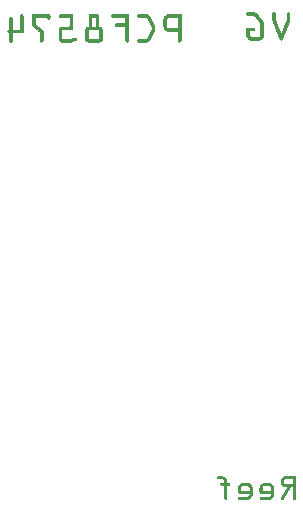
<source format=gbo>
G04 MADE WITH FRITZING*
G04 WWW.FRITZING.ORG*
G04 DOUBLE SIDED*
G04 HOLES PLATED*
G04 CONTOUR ON CENTER OF CONTOUR VECTOR*
%ASAXBY*%
%FSLAX23Y23*%
%MOIN*%
%OFA0B0*%
%SFA1.0B1.0*%
%ADD10R,0.001000X0.001000*%
%LNSILK0*%
G90*
G70*
G54D10*
X997Y1680D02*
X1022Y1680D01*
X1084Y1680D02*
X1088Y1680D01*
X1132Y1680D02*
X1136Y1680D01*
X995Y1679D02*
X1025Y1679D01*
X1082Y1679D02*
X1090Y1679D01*
X1130Y1679D02*
X1138Y1679D01*
X994Y1678D02*
X1026Y1678D01*
X1082Y1678D02*
X1091Y1678D01*
X1130Y1678D02*
X1139Y1678D01*
X994Y1677D02*
X1028Y1677D01*
X1081Y1677D02*
X1091Y1677D01*
X1129Y1677D02*
X1139Y1677D01*
X993Y1676D02*
X1029Y1676D01*
X1081Y1676D02*
X1091Y1676D01*
X1129Y1676D02*
X1140Y1676D01*
X993Y1675D02*
X1030Y1675D01*
X1080Y1675D02*
X1092Y1675D01*
X1129Y1675D02*
X1140Y1675D01*
X993Y1674D02*
X1031Y1674D01*
X1080Y1674D02*
X1092Y1674D01*
X1128Y1674D02*
X1140Y1674D01*
X242Y1673D02*
X247Y1673D01*
X281Y1673D02*
X338Y1673D01*
X372Y1673D02*
X416Y1673D01*
X471Y1673D02*
X500Y1673D01*
X546Y1673D02*
X602Y1673D01*
X633Y1673D02*
X664Y1673D01*
X730Y1673D02*
X777Y1673D01*
X993Y1673D02*
X1032Y1673D01*
X1080Y1673D02*
X1092Y1673D01*
X1128Y1673D02*
X1140Y1673D01*
X241Y1672D02*
X249Y1672D01*
X281Y1672D02*
X339Y1672D01*
X370Y1672D02*
X416Y1672D01*
X470Y1672D02*
X501Y1672D01*
X545Y1672D02*
X602Y1672D01*
X632Y1672D02*
X666Y1672D01*
X728Y1672D02*
X777Y1672D01*
X994Y1672D02*
X1032Y1672D01*
X1080Y1672D02*
X1092Y1672D01*
X1128Y1672D02*
X1140Y1672D01*
X240Y1671D02*
X249Y1671D01*
X281Y1671D02*
X340Y1671D01*
X370Y1671D02*
X416Y1671D01*
X469Y1671D02*
X502Y1671D01*
X544Y1671D02*
X602Y1671D01*
X631Y1671D02*
X668Y1671D01*
X726Y1671D02*
X777Y1671D01*
X995Y1671D02*
X1033Y1671D01*
X1080Y1671D02*
X1092Y1671D01*
X1128Y1671D02*
X1140Y1671D01*
X240Y1670D02*
X250Y1670D01*
X281Y1670D02*
X340Y1670D01*
X369Y1670D02*
X416Y1670D01*
X468Y1670D02*
X503Y1670D01*
X543Y1670D02*
X602Y1670D01*
X631Y1670D02*
X669Y1670D01*
X725Y1670D02*
X777Y1670D01*
X996Y1670D02*
X1034Y1670D01*
X1080Y1670D02*
X1092Y1670D01*
X1128Y1670D02*
X1140Y1670D01*
X239Y1669D02*
X250Y1669D01*
X281Y1669D02*
X340Y1669D01*
X369Y1669D02*
X416Y1669D01*
X468Y1669D02*
X503Y1669D01*
X543Y1669D02*
X602Y1669D01*
X630Y1669D02*
X670Y1669D01*
X723Y1669D02*
X777Y1669D01*
X997Y1669D02*
X1035Y1669D01*
X1080Y1669D02*
X1092Y1669D01*
X1128Y1669D02*
X1140Y1669D01*
X239Y1668D02*
X250Y1668D01*
X281Y1668D02*
X341Y1668D01*
X369Y1668D02*
X416Y1668D01*
X468Y1668D02*
X503Y1668D01*
X543Y1668D02*
X602Y1668D01*
X630Y1668D02*
X672Y1668D01*
X722Y1668D02*
X777Y1668D01*
X1020Y1668D02*
X1035Y1668D01*
X1080Y1668D02*
X1092Y1668D01*
X1128Y1668D02*
X1140Y1668D01*
X239Y1667D02*
X251Y1667D01*
X281Y1667D02*
X341Y1667D01*
X369Y1667D02*
X416Y1667D01*
X468Y1667D02*
X503Y1667D01*
X543Y1667D02*
X602Y1667D01*
X630Y1667D02*
X672Y1667D01*
X721Y1667D02*
X777Y1667D01*
X1021Y1667D02*
X1036Y1667D01*
X1080Y1667D02*
X1092Y1667D01*
X1128Y1667D02*
X1140Y1667D01*
X239Y1666D02*
X251Y1666D01*
X281Y1666D02*
X341Y1666D01*
X369Y1666D02*
X416Y1666D01*
X468Y1666D02*
X503Y1666D01*
X543Y1666D02*
X602Y1666D01*
X630Y1666D02*
X673Y1666D01*
X721Y1666D02*
X777Y1666D01*
X1022Y1666D02*
X1037Y1666D01*
X1080Y1666D02*
X1092Y1666D01*
X1128Y1666D02*
X1140Y1666D01*
X239Y1665D02*
X251Y1665D01*
X281Y1665D02*
X341Y1665D01*
X369Y1665D02*
X416Y1665D01*
X468Y1665D02*
X503Y1665D01*
X544Y1665D02*
X602Y1665D01*
X631Y1665D02*
X674Y1665D01*
X720Y1665D02*
X777Y1665D01*
X1023Y1665D02*
X1038Y1665D01*
X1080Y1665D02*
X1092Y1665D01*
X1128Y1665D02*
X1140Y1665D01*
X239Y1664D02*
X251Y1664D01*
X281Y1664D02*
X341Y1664D01*
X370Y1664D02*
X416Y1664D01*
X468Y1664D02*
X503Y1664D01*
X544Y1664D02*
X602Y1664D01*
X632Y1664D02*
X674Y1664D01*
X719Y1664D02*
X777Y1664D01*
X1024Y1664D02*
X1039Y1664D01*
X1080Y1664D02*
X1092Y1664D01*
X1128Y1664D02*
X1140Y1664D01*
X207Y1663D02*
X211Y1663D01*
X239Y1663D02*
X251Y1663D01*
X281Y1663D02*
X341Y1663D01*
X371Y1663D02*
X416Y1663D01*
X468Y1663D02*
X503Y1663D01*
X545Y1663D02*
X602Y1663D01*
X633Y1663D02*
X675Y1663D01*
X719Y1663D02*
X777Y1663D01*
X1025Y1663D02*
X1039Y1663D01*
X1080Y1663D02*
X1092Y1663D01*
X1128Y1663D02*
X1140Y1663D01*
X205Y1662D02*
X212Y1662D01*
X239Y1662D02*
X251Y1662D01*
X281Y1662D02*
X341Y1662D01*
X373Y1662D02*
X416Y1662D01*
X468Y1662D02*
X503Y1662D01*
X547Y1662D02*
X602Y1662D01*
X634Y1662D02*
X675Y1662D01*
X719Y1662D02*
X777Y1662D01*
X1026Y1662D02*
X1040Y1662D01*
X1080Y1662D02*
X1092Y1662D01*
X1128Y1662D02*
X1140Y1662D01*
X204Y1661D02*
X213Y1661D01*
X239Y1661D02*
X251Y1661D01*
X281Y1661D02*
X293Y1661D01*
X330Y1661D02*
X340Y1661D01*
X405Y1661D02*
X416Y1661D01*
X468Y1661D02*
X479Y1661D01*
X492Y1661D02*
X503Y1661D01*
X591Y1661D02*
X602Y1661D01*
X662Y1661D02*
X676Y1661D01*
X718Y1661D02*
X732Y1661D01*
X765Y1661D02*
X777Y1661D01*
X1026Y1661D02*
X1041Y1661D01*
X1080Y1661D02*
X1092Y1661D01*
X1128Y1661D02*
X1140Y1661D01*
X204Y1660D02*
X214Y1660D01*
X239Y1660D02*
X251Y1660D01*
X281Y1660D02*
X293Y1660D01*
X330Y1660D02*
X340Y1660D01*
X405Y1660D02*
X416Y1660D01*
X468Y1660D02*
X479Y1660D01*
X492Y1660D02*
X503Y1660D01*
X591Y1660D02*
X602Y1660D01*
X663Y1660D02*
X676Y1660D01*
X718Y1660D02*
X731Y1660D01*
X765Y1660D02*
X777Y1660D01*
X1027Y1660D02*
X1042Y1660D01*
X1080Y1660D02*
X1092Y1660D01*
X1128Y1660D02*
X1140Y1660D01*
X203Y1659D02*
X214Y1659D01*
X239Y1659D02*
X251Y1659D01*
X281Y1659D02*
X293Y1659D01*
X331Y1659D02*
X339Y1659D01*
X405Y1659D02*
X416Y1659D01*
X468Y1659D02*
X479Y1659D01*
X492Y1659D02*
X503Y1659D01*
X591Y1659D02*
X602Y1659D01*
X664Y1659D02*
X677Y1659D01*
X718Y1659D02*
X730Y1659D01*
X765Y1659D02*
X777Y1659D01*
X1028Y1659D02*
X1042Y1659D01*
X1080Y1659D02*
X1092Y1659D01*
X1128Y1659D02*
X1140Y1659D01*
X203Y1658D02*
X214Y1658D01*
X239Y1658D02*
X251Y1658D01*
X281Y1658D02*
X293Y1658D01*
X332Y1658D02*
X338Y1658D01*
X405Y1658D02*
X416Y1658D01*
X468Y1658D02*
X479Y1658D01*
X492Y1658D02*
X503Y1658D01*
X591Y1658D02*
X602Y1658D01*
X664Y1658D02*
X677Y1658D01*
X718Y1658D02*
X729Y1658D01*
X765Y1658D02*
X777Y1658D01*
X1029Y1658D02*
X1043Y1658D01*
X1080Y1658D02*
X1092Y1658D01*
X1128Y1658D02*
X1140Y1658D01*
X203Y1657D02*
X214Y1657D01*
X239Y1657D02*
X251Y1657D01*
X281Y1657D02*
X293Y1657D01*
X333Y1657D02*
X337Y1657D01*
X405Y1657D02*
X416Y1657D01*
X468Y1657D02*
X479Y1657D01*
X492Y1657D02*
X503Y1657D01*
X591Y1657D02*
X602Y1657D01*
X665Y1657D02*
X678Y1657D01*
X717Y1657D02*
X729Y1657D01*
X765Y1657D02*
X777Y1657D01*
X1029Y1657D02*
X1044Y1657D01*
X1080Y1657D02*
X1092Y1657D01*
X1128Y1657D02*
X1140Y1657D01*
X203Y1656D02*
X214Y1656D01*
X239Y1656D02*
X251Y1656D01*
X281Y1656D02*
X293Y1656D01*
X405Y1656D02*
X416Y1656D01*
X468Y1656D02*
X479Y1656D01*
X492Y1656D02*
X503Y1656D01*
X591Y1656D02*
X602Y1656D01*
X665Y1656D02*
X678Y1656D01*
X717Y1656D02*
X729Y1656D01*
X765Y1656D02*
X777Y1656D01*
X1030Y1656D02*
X1045Y1656D01*
X1080Y1656D02*
X1092Y1656D01*
X1128Y1656D02*
X1140Y1656D01*
X203Y1655D02*
X214Y1655D01*
X239Y1655D02*
X251Y1655D01*
X281Y1655D02*
X293Y1655D01*
X405Y1655D02*
X416Y1655D01*
X468Y1655D02*
X479Y1655D01*
X492Y1655D02*
X503Y1655D01*
X591Y1655D02*
X602Y1655D01*
X666Y1655D02*
X679Y1655D01*
X717Y1655D02*
X729Y1655D01*
X765Y1655D02*
X777Y1655D01*
X1031Y1655D02*
X1045Y1655D01*
X1080Y1655D02*
X1092Y1655D01*
X1128Y1655D02*
X1140Y1655D01*
X203Y1654D02*
X214Y1654D01*
X239Y1654D02*
X251Y1654D01*
X281Y1654D02*
X293Y1654D01*
X405Y1654D02*
X416Y1654D01*
X468Y1654D02*
X479Y1654D01*
X492Y1654D02*
X503Y1654D01*
X591Y1654D02*
X602Y1654D01*
X666Y1654D02*
X679Y1654D01*
X717Y1654D02*
X729Y1654D01*
X765Y1654D02*
X777Y1654D01*
X1032Y1654D02*
X1046Y1654D01*
X1080Y1654D02*
X1092Y1654D01*
X1128Y1654D02*
X1140Y1654D01*
X203Y1653D02*
X214Y1653D01*
X239Y1653D02*
X251Y1653D01*
X281Y1653D02*
X293Y1653D01*
X405Y1653D02*
X416Y1653D01*
X468Y1653D02*
X479Y1653D01*
X492Y1653D02*
X503Y1653D01*
X591Y1653D02*
X602Y1653D01*
X667Y1653D02*
X680Y1653D01*
X717Y1653D02*
X729Y1653D01*
X765Y1653D02*
X777Y1653D01*
X1033Y1653D02*
X1047Y1653D01*
X1080Y1653D02*
X1093Y1653D01*
X1128Y1653D02*
X1140Y1653D01*
X203Y1652D02*
X214Y1652D01*
X239Y1652D02*
X251Y1652D01*
X281Y1652D02*
X293Y1652D01*
X405Y1652D02*
X416Y1652D01*
X468Y1652D02*
X479Y1652D01*
X492Y1652D02*
X503Y1652D01*
X591Y1652D02*
X602Y1652D01*
X667Y1652D02*
X680Y1652D01*
X717Y1652D02*
X729Y1652D01*
X765Y1652D02*
X777Y1652D01*
X1033Y1652D02*
X1048Y1652D01*
X1081Y1652D02*
X1093Y1652D01*
X1127Y1652D02*
X1139Y1652D01*
X203Y1651D02*
X214Y1651D01*
X239Y1651D02*
X251Y1651D01*
X281Y1651D02*
X293Y1651D01*
X405Y1651D02*
X416Y1651D01*
X468Y1651D02*
X479Y1651D01*
X492Y1651D02*
X503Y1651D01*
X591Y1651D02*
X602Y1651D01*
X668Y1651D02*
X681Y1651D01*
X717Y1651D02*
X729Y1651D01*
X765Y1651D02*
X777Y1651D01*
X1034Y1651D02*
X1048Y1651D01*
X1081Y1651D02*
X1093Y1651D01*
X1127Y1651D02*
X1139Y1651D01*
X203Y1650D02*
X214Y1650D01*
X239Y1650D02*
X251Y1650D01*
X281Y1650D02*
X293Y1650D01*
X405Y1650D02*
X416Y1650D01*
X468Y1650D02*
X479Y1650D01*
X492Y1650D02*
X503Y1650D01*
X591Y1650D02*
X602Y1650D01*
X668Y1650D02*
X681Y1650D01*
X717Y1650D02*
X729Y1650D01*
X765Y1650D02*
X777Y1650D01*
X1035Y1650D02*
X1049Y1650D01*
X1082Y1650D02*
X1094Y1650D01*
X1126Y1650D02*
X1139Y1650D01*
X203Y1649D02*
X214Y1649D01*
X239Y1649D02*
X251Y1649D01*
X281Y1649D02*
X293Y1649D01*
X405Y1649D02*
X416Y1649D01*
X468Y1649D02*
X479Y1649D01*
X492Y1649D02*
X503Y1649D01*
X591Y1649D02*
X602Y1649D01*
X669Y1649D02*
X682Y1649D01*
X717Y1649D02*
X729Y1649D01*
X765Y1649D02*
X777Y1649D01*
X1036Y1649D02*
X1050Y1649D01*
X1082Y1649D02*
X1094Y1649D01*
X1126Y1649D02*
X1138Y1649D01*
X203Y1648D02*
X214Y1648D01*
X239Y1648D02*
X251Y1648D01*
X281Y1648D02*
X293Y1648D01*
X405Y1648D02*
X416Y1648D01*
X468Y1648D02*
X479Y1648D01*
X492Y1648D02*
X503Y1648D01*
X591Y1648D02*
X602Y1648D01*
X669Y1648D02*
X682Y1648D01*
X717Y1648D02*
X729Y1648D01*
X765Y1648D02*
X777Y1648D01*
X1036Y1648D02*
X1050Y1648D01*
X1082Y1648D02*
X1094Y1648D01*
X1126Y1648D02*
X1138Y1648D01*
X203Y1647D02*
X214Y1647D01*
X239Y1647D02*
X251Y1647D01*
X281Y1647D02*
X293Y1647D01*
X405Y1647D02*
X416Y1647D01*
X468Y1647D02*
X479Y1647D01*
X492Y1647D02*
X503Y1647D01*
X591Y1647D02*
X602Y1647D01*
X670Y1647D02*
X683Y1647D01*
X717Y1647D02*
X729Y1647D01*
X765Y1647D02*
X777Y1647D01*
X1037Y1647D02*
X1051Y1647D01*
X1083Y1647D02*
X1095Y1647D01*
X1125Y1647D02*
X1137Y1647D01*
X203Y1646D02*
X214Y1646D01*
X239Y1646D02*
X251Y1646D01*
X281Y1646D02*
X293Y1646D01*
X405Y1646D02*
X416Y1646D01*
X468Y1646D02*
X479Y1646D01*
X492Y1646D02*
X503Y1646D01*
X591Y1646D02*
X602Y1646D01*
X670Y1646D02*
X683Y1646D01*
X717Y1646D02*
X729Y1646D01*
X765Y1646D02*
X777Y1646D01*
X1038Y1646D02*
X1051Y1646D01*
X1083Y1646D02*
X1095Y1646D01*
X1125Y1646D02*
X1137Y1646D01*
X203Y1645D02*
X214Y1645D01*
X239Y1645D02*
X251Y1645D01*
X281Y1645D02*
X293Y1645D01*
X405Y1645D02*
X416Y1645D01*
X468Y1645D02*
X479Y1645D01*
X492Y1645D02*
X503Y1645D01*
X591Y1645D02*
X602Y1645D01*
X671Y1645D02*
X684Y1645D01*
X717Y1645D02*
X729Y1645D01*
X765Y1645D02*
X777Y1645D01*
X1039Y1645D02*
X1051Y1645D01*
X1083Y1645D02*
X1096Y1645D01*
X1124Y1645D02*
X1137Y1645D01*
X203Y1644D02*
X214Y1644D01*
X239Y1644D02*
X251Y1644D01*
X281Y1644D02*
X293Y1644D01*
X405Y1644D02*
X416Y1644D01*
X468Y1644D02*
X479Y1644D01*
X492Y1644D02*
X503Y1644D01*
X591Y1644D02*
X602Y1644D01*
X671Y1644D02*
X684Y1644D01*
X717Y1644D02*
X729Y1644D01*
X765Y1644D02*
X777Y1644D01*
X1039Y1644D02*
X1052Y1644D01*
X1084Y1644D02*
X1096Y1644D01*
X1124Y1644D02*
X1136Y1644D01*
X203Y1643D02*
X214Y1643D01*
X239Y1643D02*
X251Y1643D01*
X281Y1643D02*
X293Y1643D01*
X405Y1643D02*
X416Y1643D01*
X468Y1643D02*
X479Y1643D01*
X492Y1643D02*
X503Y1643D01*
X561Y1643D02*
X602Y1643D01*
X672Y1643D02*
X685Y1643D01*
X717Y1643D02*
X729Y1643D01*
X765Y1643D02*
X777Y1643D01*
X1040Y1643D02*
X1052Y1643D01*
X1084Y1643D02*
X1096Y1643D01*
X1124Y1643D02*
X1136Y1643D01*
X203Y1642D02*
X214Y1642D01*
X239Y1642D02*
X251Y1642D01*
X281Y1642D02*
X293Y1642D01*
X405Y1642D02*
X416Y1642D01*
X468Y1642D02*
X479Y1642D01*
X492Y1642D02*
X503Y1642D01*
X558Y1642D02*
X602Y1642D01*
X672Y1642D02*
X685Y1642D01*
X717Y1642D02*
X729Y1642D01*
X765Y1642D02*
X777Y1642D01*
X1040Y1642D02*
X1052Y1642D01*
X1085Y1642D02*
X1097Y1642D01*
X1123Y1642D02*
X1136Y1642D01*
X203Y1641D02*
X214Y1641D01*
X239Y1641D02*
X251Y1641D01*
X281Y1641D02*
X293Y1641D01*
X405Y1641D02*
X416Y1641D01*
X468Y1641D02*
X479Y1641D01*
X492Y1641D02*
X503Y1641D01*
X557Y1641D02*
X602Y1641D01*
X673Y1641D02*
X686Y1641D01*
X717Y1641D02*
X729Y1641D01*
X765Y1641D02*
X777Y1641D01*
X1041Y1641D02*
X1052Y1641D01*
X1085Y1641D02*
X1097Y1641D01*
X1123Y1641D02*
X1135Y1641D01*
X203Y1640D02*
X214Y1640D01*
X239Y1640D02*
X251Y1640D01*
X281Y1640D02*
X293Y1640D01*
X405Y1640D02*
X416Y1640D01*
X468Y1640D02*
X479Y1640D01*
X492Y1640D02*
X503Y1640D01*
X556Y1640D02*
X602Y1640D01*
X673Y1640D02*
X686Y1640D01*
X717Y1640D02*
X729Y1640D01*
X765Y1640D02*
X777Y1640D01*
X1041Y1640D02*
X1052Y1640D01*
X1085Y1640D02*
X1098Y1640D01*
X1123Y1640D02*
X1135Y1640D01*
X203Y1639D02*
X214Y1639D01*
X239Y1639D02*
X251Y1639D01*
X281Y1639D02*
X293Y1639D01*
X405Y1639D02*
X416Y1639D01*
X468Y1639D02*
X479Y1639D01*
X492Y1639D02*
X503Y1639D01*
X555Y1639D02*
X602Y1639D01*
X674Y1639D02*
X687Y1639D01*
X717Y1639D02*
X729Y1639D01*
X765Y1639D02*
X777Y1639D01*
X1041Y1639D02*
X1052Y1639D01*
X1086Y1639D02*
X1098Y1639D01*
X1122Y1639D02*
X1134Y1639D01*
X203Y1638D02*
X214Y1638D01*
X239Y1638D02*
X251Y1638D01*
X281Y1638D02*
X295Y1638D01*
X405Y1638D02*
X416Y1638D01*
X468Y1638D02*
X479Y1638D01*
X492Y1638D02*
X503Y1638D01*
X555Y1638D02*
X602Y1638D01*
X674Y1638D02*
X687Y1638D01*
X717Y1638D02*
X729Y1638D01*
X765Y1638D02*
X777Y1638D01*
X1041Y1638D02*
X1052Y1638D01*
X1086Y1638D02*
X1098Y1638D01*
X1122Y1638D02*
X1134Y1638D01*
X203Y1637D02*
X214Y1637D01*
X239Y1637D02*
X251Y1637D01*
X281Y1637D02*
X296Y1637D01*
X405Y1637D02*
X416Y1637D01*
X468Y1637D02*
X479Y1637D01*
X492Y1637D02*
X503Y1637D01*
X555Y1637D02*
X602Y1637D01*
X675Y1637D02*
X687Y1637D01*
X717Y1637D02*
X729Y1637D01*
X765Y1637D02*
X777Y1637D01*
X1041Y1637D02*
X1053Y1637D01*
X1087Y1637D02*
X1099Y1637D01*
X1121Y1637D02*
X1134Y1637D01*
X203Y1636D02*
X214Y1636D01*
X239Y1636D02*
X251Y1636D01*
X281Y1636D02*
X297Y1636D01*
X405Y1636D02*
X416Y1636D01*
X468Y1636D02*
X479Y1636D01*
X492Y1636D02*
X503Y1636D01*
X555Y1636D02*
X602Y1636D01*
X675Y1636D02*
X688Y1636D01*
X717Y1636D02*
X729Y1636D01*
X765Y1636D02*
X777Y1636D01*
X1041Y1636D02*
X1053Y1636D01*
X1087Y1636D02*
X1099Y1636D01*
X1121Y1636D02*
X1133Y1636D01*
X203Y1635D02*
X214Y1635D01*
X239Y1635D02*
X251Y1635D01*
X282Y1635D02*
X298Y1635D01*
X405Y1635D02*
X416Y1635D01*
X468Y1635D02*
X479Y1635D01*
X492Y1635D02*
X503Y1635D01*
X555Y1635D02*
X602Y1635D01*
X676Y1635D02*
X688Y1635D01*
X717Y1635D02*
X729Y1635D01*
X765Y1635D02*
X777Y1635D01*
X1041Y1635D02*
X1053Y1635D01*
X1087Y1635D02*
X1100Y1635D01*
X1121Y1635D02*
X1133Y1635D01*
X203Y1634D02*
X214Y1634D01*
X239Y1634D02*
X251Y1634D01*
X282Y1634D02*
X299Y1634D01*
X405Y1634D02*
X416Y1634D01*
X468Y1634D02*
X479Y1634D01*
X492Y1634D02*
X503Y1634D01*
X556Y1634D02*
X602Y1634D01*
X676Y1634D02*
X688Y1634D01*
X717Y1634D02*
X729Y1634D01*
X765Y1634D02*
X777Y1634D01*
X1041Y1634D02*
X1053Y1634D01*
X1088Y1634D02*
X1100Y1634D01*
X1120Y1634D02*
X1132Y1634D01*
X203Y1633D02*
X214Y1633D01*
X239Y1633D02*
X251Y1633D01*
X283Y1633D02*
X300Y1633D01*
X404Y1633D02*
X416Y1633D01*
X468Y1633D02*
X479Y1633D01*
X492Y1633D02*
X503Y1633D01*
X557Y1633D02*
X602Y1633D01*
X677Y1633D02*
X689Y1633D01*
X717Y1633D02*
X729Y1633D01*
X765Y1633D02*
X777Y1633D01*
X1041Y1633D02*
X1053Y1633D01*
X1088Y1633D02*
X1100Y1633D01*
X1120Y1633D02*
X1132Y1633D01*
X203Y1632D02*
X214Y1632D01*
X239Y1632D02*
X251Y1632D01*
X284Y1632D02*
X302Y1632D01*
X376Y1632D02*
X416Y1632D01*
X464Y1632D02*
X507Y1632D01*
X558Y1632D02*
X602Y1632D01*
X677Y1632D02*
X689Y1632D01*
X717Y1632D02*
X729Y1632D01*
X765Y1632D02*
X777Y1632D01*
X1041Y1632D02*
X1053Y1632D01*
X1089Y1632D02*
X1101Y1632D01*
X1119Y1632D02*
X1132Y1632D01*
X203Y1631D02*
X214Y1631D01*
X239Y1631D02*
X251Y1631D01*
X285Y1631D02*
X303Y1631D01*
X375Y1631D02*
X416Y1631D01*
X462Y1631D02*
X509Y1631D01*
X560Y1631D02*
X602Y1631D01*
X678Y1631D02*
X689Y1631D01*
X718Y1631D02*
X729Y1631D01*
X765Y1631D02*
X777Y1631D01*
X1041Y1631D02*
X1053Y1631D01*
X1089Y1631D02*
X1101Y1631D01*
X1119Y1631D02*
X1131Y1631D01*
X203Y1630D02*
X214Y1630D01*
X239Y1630D02*
X251Y1630D01*
X286Y1630D02*
X304Y1630D01*
X373Y1630D02*
X416Y1630D01*
X460Y1630D02*
X511Y1630D01*
X591Y1630D02*
X602Y1630D01*
X678Y1630D02*
X689Y1630D01*
X718Y1630D02*
X730Y1630D01*
X765Y1630D02*
X777Y1630D01*
X1041Y1630D02*
X1053Y1630D01*
X1089Y1630D02*
X1102Y1630D01*
X1119Y1630D02*
X1131Y1630D01*
X203Y1629D02*
X214Y1629D01*
X239Y1629D02*
X251Y1629D01*
X287Y1629D02*
X305Y1629D01*
X372Y1629D02*
X416Y1629D01*
X459Y1629D02*
X512Y1629D01*
X591Y1629D02*
X602Y1629D01*
X678Y1629D02*
X689Y1629D01*
X718Y1629D02*
X731Y1629D01*
X765Y1629D02*
X777Y1629D01*
X993Y1629D02*
X1019Y1629D01*
X1041Y1629D02*
X1053Y1629D01*
X1090Y1629D02*
X1102Y1629D01*
X1118Y1629D02*
X1130Y1629D01*
X203Y1628D02*
X214Y1628D01*
X239Y1628D02*
X251Y1628D01*
X288Y1628D02*
X306Y1628D01*
X371Y1628D02*
X416Y1628D01*
X458Y1628D02*
X512Y1628D01*
X591Y1628D02*
X602Y1628D01*
X678Y1628D02*
X689Y1628D01*
X718Y1628D02*
X733Y1628D01*
X765Y1628D02*
X777Y1628D01*
X993Y1628D02*
X1020Y1628D01*
X1041Y1628D02*
X1053Y1628D01*
X1090Y1628D02*
X1102Y1628D01*
X1118Y1628D02*
X1130Y1628D01*
X203Y1627D02*
X214Y1627D01*
X239Y1627D02*
X251Y1627D01*
X290Y1627D02*
X308Y1627D01*
X370Y1627D02*
X416Y1627D01*
X458Y1627D02*
X513Y1627D01*
X591Y1627D02*
X602Y1627D01*
X678Y1627D02*
X689Y1627D01*
X719Y1627D02*
X777Y1627D01*
X993Y1627D02*
X1021Y1627D01*
X1041Y1627D02*
X1053Y1627D01*
X1091Y1627D02*
X1103Y1627D01*
X1117Y1627D02*
X1130Y1627D01*
X203Y1626D02*
X214Y1626D01*
X239Y1626D02*
X251Y1626D01*
X291Y1626D02*
X309Y1626D01*
X370Y1626D02*
X416Y1626D01*
X457Y1626D02*
X514Y1626D01*
X591Y1626D02*
X602Y1626D01*
X678Y1626D02*
X689Y1626D01*
X719Y1626D02*
X777Y1626D01*
X993Y1626D02*
X1022Y1626D01*
X1041Y1626D02*
X1053Y1626D01*
X1091Y1626D02*
X1103Y1626D01*
X1117Y1626D02*
X1129Y1626D01*
X203Y1625D02*
X214Y1625D01*
X239Y1625D02*
X251Y1625D01*
X292Y1625D02*
X310Y1625D01*
X369Y1625D02*
X416Y1625D01*
X457Y1625D02*
X514Y1625D01*
X591Y1625D02*
X602Y1625D01*
X678Y1625D02*
X689Y1625D01*
X720Y1625D02*
X777Y1625D01*
X993Y1625D02*
X1022Y1625D01*
X1041Y1625D02*
X1053Y1625D01*
X1091Y1625D02*
X1103Y1625D01*
X1117Y1625D02*
X1129Y1625D01*
X203Y1624D02*
X214Y1624D01*
X239Y1624D02*
X251Y1624D01*
X293Y1624D02*
X311Y1624D01*
X369Y1624D02*
X416Y1624D01*
X456Y1624D02*
X515Y1624D01*
X591Y1624D02*
X602Y1624D01*
X678Y1624D02*
X689Y1624D01*
X720Y1624D02*
X777Y1624D01*
X993Y1624D02*
X1022Y1624D01*
X1041Y1624D02*
X1053Y1624D01*
X1092Y1624D02*
X1104Y1624D01*
X1116Y1624D02*
X1129Y1624D01*
X203Y1623D02*
X214Y1623D01*
X239Y1623D02*
X251Y1623D01*
X294Y1623D02*
X312Y1623D01*
X369Y1623D02*
X416Y1623D01*
X456Y1623D02*
X515Y1623D01*
X591Y1623D02*
X602Y1623D01*
X678Y1623D02*
X689Y1623D01*
X721Y1623D02*
X777Y1623D01*
X993Y1623D02*
X1022Y1623D01*
X1041Y1623D02*
X1053Y1623D01*
X1092Y1623D02*
X1104Y1623D01*
X1116Y1623D02*
X1128Y1623D01*
X201Y1622D02*
X251Y1622D01*
X296Y1622D02*
X313Y1622D01*
X369Y1622D02*
X416Y1622D01*
X456Y1622D02*
X515Y1622D01*
X591Y1622D02*
X602Y1622D01*
X677Y1622D02*
X689Y1622D01*
X722Y1622D02*
X777Y1622D01*
X993Y1622D02*
X1022Y1622D01*
X1041Y1622D02*
X1053Y1622D01*
X1092Y1622D02*
X1105Y1622D01*
X1115Y1622D02*
X1128Y1622D01*
X199Y1621D02*
X251Y1621D01*
X297Y1621D02*
X315Y1621D01*
X369Y1621D02*
X416Y1621D01*
X456Y1621D02*
X515Y1621D01*
X591Y1621D02*
X602Y1621D01*
X677Y1621D02*
X689Y1621D01*
X723Y1621D02*
X777Y1621D01*
X993Y1621D02*
X1022Y1621D01*
X1041Y1621D02*
X1053Y1621D01*
X1093Y1621D02*
X1105Y1621D01*
X1115Y1621D02*
X1127Y1621D01*
X198Y1620D02*
X251Y1620D01*
X298Y1620D02*
X315Y1620D01*
X369Y1620D02*
X380Y1620D01*
X456Y1620D02*
X467Y1620D01*
X504Y1620D02*
X515Y1620D01*
X591Y1620D02*
X602Y1620D01*
X677Y1620D02*
X689Y1620D01*
X724Y1620D02*
X777Y1620D01*
X993Y1620D02*
X1021Y1620D01*
X1041Y1620D02*
X1053Y1620D01*
X1093Y1620D02*
X1105Y1620D01*
X1115Y1620D02*
X1127Y1620D01*
X198Y1619D02*
X251Y1619D01*
X299Y1619D02*
X316Y1619D01*
X369Y1619D02*
X380Y1619D01*
X456Y1619D02*
X467Y1619D01*
X504Y1619D02*
X515Y1619D01*
X591Y1619D02*
X602Y1619D01*
X676Y1619D02*
X688Y1619D01*
X725Y1619D02*
X777Y1619D01*
X993Y1619D02*
X1021Y1619D01*
X1041Y1619D02*
X1053Y1619D01*
X1094Y1619D02*
X1106Y1619D01*
X1114Y1619D02*
X1127Y1619D01*
X197Y1618D02*
X251Y1618D01*
X300Y1618D02*
X316Y1618D01*
X369Y1618D02*
X380Y1618D01*
X456Y1618D02*
X467Y1618D01*
X504Y1618D02*
X515Y1618D01*
X591Y1618D02*
X602Y1618D01*
X676Y1618D02*
X688Y1618D01*
X727Y1618D02*
X777Y1618D01*
X993Y1618D02*
X1019Y1618D01*
X1041Y1618D02*
X1053Y1618D01*
X1094Y1618D02*
X1106Y1618D01*
X1114Y1618D02*
X1126Y1618D01*
X197Y1617D02*
X251Y1617D01*
X301Y1617D02*
X317Y1617D01*
X369Y1617D02*
X380Y1617D01*
X456Y1617D02*
X467Y1617D01*
X504Y1617D02*
X515Y1617D01*
X591Y1617D02*
X602Y1617D01*
X675Y1617D02*
X688Y1617D01*
X728Y1617D02*
X777Y1617D01*
X993Y1617D02*
X1005Y1617D01*
X1041Y1617D02*
X1053Y1617D01*
X1094Y1617D02*
X1107Y1617D01*
X1114Y1617D02*
X1126Y1617D01*
X197Y1616D02*
X251Y1616D01*
X303Y1616D02*
X317Y1616D01*
X369Y1616D02*
X380Y1616D01*
X456Y1616D02*
X467Y1616D01*
X504Y1616D02*
X515Y1616D01*
X591Y1616D02*
X602Y1616D01*
X675Y1616D02*
X687Y1616D01*
X731Y1616D02*
X777Y1616D01*
X993Y1616D02*
X1004Y1616D01*
X1041Y1616D02*
X1053Y1616D01*
X1095Y1616D02*
X1107Y1616D01*
X1113Y1616D02*
X1125Y1616D01*
X197Y1615D02*
X251Y1615D01*
X304Y1615D02*
X317Y1615D01*
X369Y1615D02*
X380Y1615D01*
X456Y1615D02*
X467Y1615D01*
X504Y1615D02*
X515Y1615D01*
X591Y1615D02*
X602Y1615D01*
X674Y1615D02*
X687Y1615D01*
X765Y1615D02*
X777Y1615D01*
X993Y1615D02*
X1004Y1615D01*
X1041Y1615D02*
X1053Y1615D01*
X1095Y1615D02*
X1107Y1615D01*
X1113Y1615D02*
X1125Y1615D01*
X198Y1614D02*
X251Y1614D01*
X305Y1614D02*
X317Y1614D01*
X369Y1614D02*
X380Y1614D01*
X456Y1614D02*
X467Y1614D01*
X504Y1614D02*
X515Y1614D01*
X591Y1614D02*
X602Y1614D01*
X674Y1614D02*
X686Y1614D01*
X765Y1614D02*
X777Y1614D01*
X993Y1614D02*
X1004Y1614D01*
X1041Y1614D02*
X1053Y1614D01*
X1096Y1614D02*
X1108Y1614D01*
X1112Y1614D02*
X1125Y1614D01*
X198Y1613D02*
X251Y1613D01*
X305Y1613D02*
X317Y1613D01*
X369Y1613D02*
X380Y1613D01*
X456Y1613D02*
X467Y1613D01*
X504Y1613D02*
X515Y1613D01*
X591Y1613D02*
X602Y1613D01*
X673Y1613D02*
X686Y1613D01*
X765Y1613D02*
X777Y1613D01*
X993Y1613D02*
X1004Y1613D01*
X1041Y1613D02*
X1053Y1613D01*
X1096Y1613D02*
X1108Y1613D01*
X1112Y1613D02*
X1124Y1613D01*
X199Y1612D02*
X251Y1612D01*
X305Y1612D02*
X317Y1612D01*
X369Y1612D02*
X380Y1612D01*
X456Y1612D02*
X467Y1612D01*
X504Y1612D02*
X515Y1612D01*
X591Y1612D02*
X602Y1612D01*
X673Y1612D02*
X685Y1612D01*
X765Y1612D02*
X777Y1612D01*
X993Y1612D02*
X1004Y1612D01*
X1041Y1612D02*
X1053Y1612D01*
X1096Y1612D02*
X1109Y1612D01*
X1112Y1612D02*
X1124Y1612D01*
X201Y1611D02*
X251Y1611D01*
X305Y1611D02*
X317Y1611D01*
X369Y1611D02*
X380Y1611D01*
X456Y1611D02*
X467Y1611D01*
X504Y1611D02*
X515Y1611D01*
X591Y1611D02*
X602Y1611D01*
X672Y1611D02*
X685Y1611D01*
X765Y1611D02*
X777Y1611D01*
X993Y1611D02*
X1004Y1611D01*
X1041Y1611D02*
X1053Y1611D01*
X1097Y1611D02*
X1109Y1611D01*
X1111Y1611D02*
X1123Y1611D01*
X203Y1610D02*
X215Y1610D01*
X305Y1610D02*
X317Y1610D01*
X369Y1610D02*
X380Y1610D01*
X456Y1610D02*
X467Y1610D01*
X504Y1610D02*
X515Y1610D01*
X591Y1610D02*
X602Y1610D01*
X672Y1610D02*
X684Y1610D01*
X765Y1610D02*
X777Y1610D01*
X993Y1610D02*
X1004Y1610D01*
X1041Y1610D02*
X1053Y1610D01*
X1097Y1610D02*
X1123Y1610D01*
X203Y1609D02*
X214Y1609D01*
X305Y1609D02*
X317Y1609D01*
X369Y1609D02*
X380Y1609D01*
X456Y1609D02*
X467Y1609D01*
X504Y1609D02*
X515Y1609D01*
X591Y1609D02*
X602Y1609D01*
X671Y1609D02*
X684Y1609D01*
X765Y1609D02*
X777Y1609D01*
X993Y1609D02*
X1004Y1609D01*
X1041Y1609D02*
X1053Y1609D01*
X1098Y1609D02*
X1123Y1609D01*
X203Y1608D02*
X214Y1608D01*
X305Y1608D02*
X317Y1608D01*
X369Y1608D02*
X380Y1608D01*
X456Y1608D02*
X467Y1608D01*
X504Y1608D02*
X515Y1608D01*
X591Y1608D02*
X602Y1608D01*
X671Y1608D02*
X684Y1608D01*
X765Y1608D02*
X777Y1608D01*
X993Y1608D02*
X1004Y1608D01*
X1041Y1608D02*
X1053Y1608D01*
X1098Y1608D02*
X1122Y1608D01*
X203Y1607D02*
X214Y1607D01*
X305Y1607D02*
X317Y1607D01*
X369Y1607D02*
X380Y1607D01*
X456Y1607D02*
X467Y1607D01*
X504Y1607D02*
X515Y1607D01*
X591Y1607D02*
X602Y1607D01*
X670Y1607D02*
X683Y1607D01*
X765Y1607D02*
X777Y1607D01*
X993Y1607D02*
X1004Y1607D01*
X1041Y1607D02*
X1053Y1607D01*
X1098Y1607D02*
X1122Y1607D01*
X203Y1606D02*
X214Y1606D01*
X305Y1606D02*
X317Y1606D01*
X369Y1606D02*
X380Y1606D01*
X456Y1606D02*
X467Y1606D01*
X504Y1606D02*
X515Y1606D01*
X591Y1606D02*
X602Y1606D01*
X670Y1606D02*
X683Y1606D01*
X765Y1606D02*
X777Y1606D01*
X993Y1606D02*
X1004Y1606D01*
X1041Y1606D02*
X1053Y1606D01*
X1099Y1606D02*
X1122Y1606D01*
X203Y1605D02*
X214Y1605D01*
X305Y1605D02*
X317Y1605D01*
X369Y1605D02*
X380Y1605D01*
X456Y1605D02*
X467Y1605D01*
X504Y1605D02*
X515Y1605D01*
X591Y1605D02*
X602Y1605D01*
X669Y1605D02*
X682Y1605D01*
X765Y1605D02*
X777Y1605D01*
X993Y1605D02*
X1004Y1605D01*
X1041Y1605D02*
X1053Y1605D01*
X1099Y1605D02*
X1121Y1605D01*
X203Y1604D02*
X214Y1604D01*
X305Y1604D02*
X317Y1604D01*
X369Y1604D02*
X380Y1604D01*
X456Y1604D02*
X467Y1604D01*
X504Y1604D02*
X515Y1604D01*
X591Y1604D02*
X602Y1604D01*
X669Y1604D02*
X682Y1604D01*
X765Y1604D02*
X777Y1604D01*
X993Y1604D02*
X1005Y1604D01*
X1041Y1604D02*
X1052Y1604D01*
X1099Y1604D02*
X1121Y1604D01*
X203Y1603D02*
X214Y1603D01*
X305Y1603D02*
X317Y1603D01*
X369Y1603D02*
X380Y1603D01*
X456Y1603D02*
X467Y1603D01*
X504Y1603D02*
X515Y1603D01*
X591Y1603D02*
X602Y1603D01*
X668Y1603D02*
X681Y1603D01*
X765Y1603D02*
X777Y1603D01*
X993Y1603D02*
X1005Y1603D01*
X1041Y1603D02*
X1052Y1603D01*
X1100Y1603D02*
X1120Y1603D01*
X203Y1602D02*
X214Y1602D01*
X305Y1602D02*
X317Y1602D01*
X369Y1602D02*
X380Y1602D01*
X456Y1602D02*
X467Y1602D01*
X504Y1602D02*
X515Y1602D01*
X591Y1602D02*
X602Y1602D01*
X668Y1602D02*
X681Y1602D01*
X765Y1602D02*
X777Y1602D01*
X993Y1602D02*
X1005Y1602D01*
X1041Y1602D02*
X1052Y1602D01*
X1100Y1602D02*
X1120Y1602D01*
X203Y1601D02*
X214Y1601D01*
X305Y1601D02*
X317Y1601D01*
X369Y1601D02*
X380Y1601D01*
X456Y1601D02*
X467Y1601D01*
X504Y1601D02*
X515Y1601D01*
X591Y1601D02*
X602Y1601D01*
X667Y1601D02*
X680Y1601D01*
X765Y1601D02*
X777Y1601D01*
X994Y1601D02*
X1006Y1601D01*
X1040Y1601D02*
X1052Y1601D01*
X1101Y1601D02*
X1120Y1601D01*
X203Y1600D02*
X214Y1600D01*
X305Y1600D02*
X317Y1600D01*
X369Y1600D02*
X380Y1600D01*
X456Y1600D02*
X467Y1600D01*
X504Y1600D02*
X515Y1600D01*
X591Y1600D02*
X602Y1600D01*
X667Y1600D02*
X680Y1600D01*
X765Y1600D02*
X777Y1600D01*
X994Y1600D02*
X1007Y1600D01*
X1039Y1600D02*
X1052Y1600D01*
X1101Y1600D02*
X1119Y1600D01*
X203Y1599D02*
X214Y1599D01*
X305Y1599D02*
X317Y1599D01*
X369Y1599D02*
X380Y1599D01*
X456Y1599D02*
X467Y1599D01*
X504Y1599D02*
X515Y1599D01*
X591Y1599D02*
X602Y1599D01*
X666Y1599D02*
X679Y1599D01*
X765Y1599D02*
X777Y1599D01*
X994Y1599D02*
X1008Y1599D01*
X1037Y1599D02*
X1052Y1599D01*
X1101Y1599D02*
X1119Y1599D01*
X203Y1598D02*
X214Y1598D01*
X305Y1598D02*
X317Y1598D01*
X369Y1598D02*
X380Y1598D01*
X456Y1598D02*
X467Y1598D01*
X504Y1598D02*
X515Y1598D01*
X591Y1598D02*
X602Y1598D01*
X666Y1598D02*
X678Y1598D01*
X765Y1598D02*
X777Y1598D01*
X995Y1598D02*
X1051Y1598D01*
X1102Y1598D02*
X1118Y1598D01*
X203Y1597D02*
X214Y1597D01*
X305Y1597D02*
X317Y1597D01*
X369Y1597D02*
X380Y1597D01*
X456Y1597D02*
X467Y1597D01*
X504Y1597D02*
X515Y1597D01*
X591Y1597D02*
X602Y1597D01*
X665Y1597D02*
X678Y1597D01*
X765Y1597D02*
X777Y1597D01*
X995Y1597D02*
X1051Y1597D01*
X1102Y1597D02*
X1118Y1597D01*
X203Y1596D02*
X214Y1596D01*
X305Y1596D02*
X317Y1596D01*
X369Y1596D02*
X380Y1596D01*
X420Y1596D02*
X425Y1596D01*
X456Y1596D02*
X467Y1596D01*
X504Y1596D02*
X515Y1596D01*
X591Y1596D02*
X602Y1596D01*
X665Y1596D02*
X677Y1596D01*
X765Y1596D02*
X777Y1596D01*
X996Y1596D02*
X1050Y1596D01*
X1103Y1596D02*
X1118Y1596D01*
X203Y1595D02*
X214Y1595D01*
X305Y1595D02*
X317Y1595D01*
X369Y1595D02*
X380Y1595D01*
X417Y1595D02*
X426Y1595D01*
X456Y1595D02*
X467Y1595D01*
X504Y1595D02*
X515Y1595D01*
X591Y1595D02*
X602Y1595D01*
X664Y1595D02*
X677Y1595D01*
X765Y1595D02*
X777Y1595D01*
X996Y1595D02*
X1050Y1595D01*
X1103Y1595D02*
X1117Y1595D01*
X203Y1594D02*
X214Y1594D01*
X305Y1594D02*
X317Y1594D01*
X369Y1594D02*
X380Y1594D01*
X415Y1594D02*
X427Y1594D01*
X456Y1594D02*
X467Y1594D01*
X504Y1594D02*
X515Y1594D01*
X591Y1594D02*
X602Y1594D01*
X663Y1594D02*
X676Y1594D01*
X765Y1594D02*
X777Y1594D01*
X997Y1594D02*
X1049Y1594D01*
X1103Y1594D02*
X1117Y1594D01*
X203Y1593D02*
X214Y1593D01*
X305Y1593D02*
X317Y1593D01*
X369Y1593D02*
X380Y1593D01*
X413Y1593D02*
X427Y1593D01*
X456Y1593D02*
X467Y1593D01*
X504Y1593D02*
X515Y1593D01*
X591Y1593D02*
X602Y1593D01*
X663Y1593D02*
X676Y1593D01*
X765Y1593D02*
X777Y1593D01*
X998Y1593D02*
X1048Y1593D01*
X1104Y1593D02*
X1116Y1593D01*
X203Y1592D02*
X214Y1592D01*
X305Y1592D02*
X317Y1592D01*
X369Y1592D02*
X380Y1592D01*
X410Y1592D02*
X428Y1592D01*
X456Y1592D02*
X467Y1592D01*
X504Y1592D02*
X515Y1592D01*
X591Y1592D02*
X602Y1592D01*
X661Y1592D02*
X675Y1592D01*
X765Y1592D02*
X777Y1592D01*
X998Y1592D02*
X1047Y1592D01*
X1104Y1592D02*
X1116Y1592D01*
X203Y1591D02*
X214Y1591D01*
X305Y1591D02*
X317Y1591D01*
X369Y1591D02*
X428Y1591D01*
X456Y1591D02*
X515Y1591D01*
X591Y1591D02*
X602Y1591D01*
X634Y1591D02*
X675Y1591D01*
X765Y1591D02*
X777Y1591D01*
X1000Y1591D02*
X1046Y1591D01*
X1105Y1591D02*
X1116Y1591D01*
X203Y1590D02*
X214Y1590D01*
X305Y1590D02*
X317Y1590D01*
X369Y1590D02*
X428Y1590D01*
X456Y1590D02*
X515Y1590D01*
X591Y1590D02*
X602Y1590D01*
X632Y1590D02*
X674Y1590D01*
X765Y1590D02*
X777Y1590D01*
X1001Y1590D02*
X1045Y1590D01*
X1105Y1590D02*
X1115Y1590D01*
X203Y1589D02*
X214Y1589D01*
X305Y1589D02*
X317Y1589D01*
X369Y1589D02*
X428Y1589D01*
X456Y1589D02*
X515Y1589D01*
X591Y1589D02*
X602Y1589D01*
X631Y1589D02*
X674Y1589D01*
X765Y1589D02*
X777Y1589D01*
X1002Y1589D02*
X1044Y1589D01*
X1106Y1589D02*
X1115Y1589D01*
X203Y1588D02*
X214Y1588D01*
X305Y1588D02*
X317Y1588D01*
X369Y1588D02*
X427Y1588D01*
X456Y1588D02*
X514Y1588D01*
X591Y1588D02*
X602Y1588D01*
X631Y1588D02*
X673Y1588D01*
X765Y1588D02*
X777Y1588D01*
X1004Y1588D02*
X1042Y1588D01*
X1106Y1588D02*
X1114Y1588D01*
X203Y1587D02*
X214Y1587D01*
X305Y1587D02*
X317Y1587D01*
X369Y1587D02*
X427Y1587D01*
X457Y1587D02*
X514Y1587D01*
X591Y1587D02*
X602Y1587D01*
X630Y1587D02*
X673Y1587D01*
X765Y1587D02*
X777Y1587D01*
X1007Y1587D02*
X1039Y1587D01*
X1108Y1587D02*
X1112Y1587D01*
X203Y1586D02*
X214Y1586D01*
X305Y1586D02*
X317Y1586D01*
X370Y1586D02*
X426Y1586D01*
X457Y1586D02*
X514Y1586D01*
X591Y1586D02*
X602Y1586D01*
X630Y1586D02*
X672Y1586D01*
X765Y1586D02*
X777Y1586D01*
X203Y1585D02*
X214Y1585D01*
X305Y1585D02*
X317Y1585D01*
X371Y1585D02*
X424Y1585D01*
X458Y1585D02*
X513Y1585D01*
X591Y1585D02*
X602Y1585D01*
X630Y1585D02*
X671Y1585D01*
X765Y1585D02*
X777Y1585D01*
X203Y1584D02*
X214Y1584D01*
X306Y1584D02*
X316Y1584D01*
X371Y1584D02*
X422Y1584D01*
X459Y1584D02*
X512Y1584D01*
X591Y1584D02*
X602Y1584D01*
X630Y1584D02*
X670Y1584D01*
X766Y1584D02*
X776Y1584D01*
X204Y1583D02*
X214Y1583D01*
X306Y1583D02*
X316Y1583D01*
X372Y1583D02*
X420Y1583D01*
X460Y1583D02*
X511Y1583D01*
X592Y1583D02*
X602Y1583D01*
X631Y1583D02*
X668Y1583D01*
X766Y1583D02*
X776Y1583D01*
X205Y1582D02*
X213Y1582D01*
X307Y1582D02*
X315Y1582D01*
X374Y1582D02*
X418Y1582D01*
X461Y1582D02*
X510Y1582D01*
X592Y1582D02*
X601Y1582D01*
X631Y1582D02*
X667Y1582D01*
X767Y1582D02*
X775Y1582D01*
X205Y1581D02*
X212Y1581D01*
X308Y1581D02*
X314Y1581D01*
X375Y1581D02*
X415Y1581D01*
X462Y1581D02*
X509Y1581D01*
X593Y1581D02*
X600Y1581D01*
X632Y1581D02*
X665Y1581D01*
X768Y1581D02*
X774Y1581D01*
X207Y1580D02*
X211Y1580D01*
X309Y1580D02*
X313Y1580D01*
X377Y1580D02*
X412Y1580D01*
X465Y1580D02*
X506Y1580D01*
X595Y1580D02*
X599Y1580D01*
X634Y1580D02*
X662Y1580D01*
X769Y1580D02*
X773Y1580D01*
X899Y133D02*
X916Y133D01*
X1121Y133D02*
X1158Y133D01*
X898Y132D02*
X919Y132D01*
X1118Y132D02*
X1158Y132D01*
X897Y131D02*
X921Y131D01*
X1117Y131D02*
X1158Y131D01*
X896Y130D02*
X923Y130D01*
X1115Y130D02*
X1158Y130D01*
X896Y129D02*
X924Y129D01*
X1114Y129D02*
X1158Y129D01*
X896Y128D02*
X925Y128D01*
X1113Y128D02*
X1158Y128D01*
X896Y127D02*
X926Y127D01*
X1112Y127D02*
X1158Y127D01*
X897Y126D02*
X927Y126D01*
X1112Y126D02*
X1158Y126D01*
X898Y125D02*
X927Y125D01*
X1111Y125D02*
X1158Y125D01*
X899Y124D02*
X928Y124D01*
X1111Y124D02*
X1158Y124D01*
X915Y123D02*
X928Y123D01*
X1110Y123D02*
X1122Y123D01*
X1149Y123D02*
X1158Y123D01*
X918Y122D02*
X929Y122D01*
X1110Y122D02*
X1120Y122D01*
X1149Y122D02*
X1158Y122D01*
X919Y121D02*
X929Y121D01*
X1110Y121D02*
X1120Y121D01*
X1149Y121D02*
X1158Y121D01*
X920Y120D02*
X929Y120D01*
X1110Y120D02*
X1119Y120D01*
X1149Y120D02*
X1158Y120D01*
X920Y119D02*
X930Y119D01*
X1110Y119D02*
X1119Y119D01*
X1149Y119D02*
X1158Y119D01*
X921Y118D02*
X930Y118D01*
X1110Y118D02*
X1119Y118D01*
X1149Y118D02*
X1158Y118D01*
X921Y117D02*
X930Y117D01*
X1109Y117D02*
X1119Y117D01*
X1149Y117D02*
X1158Y117D01*
X921Y116D02*
X930Y116D01*
X1109Y116D02*
X1119Y116D01*
X1149Y116D02*
X1158Y116D01*
X921Y115D02*
X930Y115D01*
X1109Y115D02*
X1119Y115D01*
X1149Y115D02*
X1158Y115D01*
X921Y114D02*
X930Y114D01*
X1109Y114D02*
X1119Y114D01*
X1149Y114D02*
X1158Y114D01*
X921Y113D02*
X930Y113D01*
X1110Y113D02*
X1119Y113D01*
X1149Y113D02*
X1158Y113D01*
X910Y112D02*
X936Y112D01*
X982Y112D02*
X998Y112D01*
X1053Y112D02*
X1070Y112D01*
X1110Y112D02*
X1119Y112D01*
X1149Y112D02*
X1158Y112D01*
X908Y111D02*
X938Y111D01*
X978Y111D02*
X1002Y111D01*
X1050Y111D02*
X1074Y111D01*
X1110Y111D02*
X1119Y111D01*
X1149Y111D02*
X1158Y111D01*
X907Y110D02*
X939Y110D01*
X976Y110D02*
X1004Y110D01*
X1048Y110D02*
X1076Y110D01*
X1110Y110D02*
X1120Y110D01*
X1149Y110D02*
X1158Y110D01*
X906Y109D02*
X940Y109D01*
X975Y109D02*
X1005Y109D01*
X1047Y109D02*
X1077Y109D01*
X1110Y109D02*
X1121Y109D01*
X1149Y109D02*
X1158Y109D01*
X906Y108D02*
X940Y108D01*
X974Y108D02*
X1006Y108D01*
X1046Y108D02*
X1078Y108D01*
X1110Y108D02*
X1124Y108D01*
X1149Y108D02*
X1158Y108D01*
X906Y107D02*
X940Y107D01*
X972Y107D02*
X1007Y107D01*
X1044Y107D02*
X1079Y107D01*
X1111Y107D02*
X1158Y107D01*
X906Y106D02*
X940Y106D01*
X971Y106D02*
X1008Y106D01*
X1043Y106D02*
X1080Y106D01*
X1111Y106D02*
X1158Y106D01*
X907Y105D02*
X939Y105D01*
X970Y105D02*
X1010Y105D01*
X1042Y105D02*
X1082Y105D01*
X1112Y105D02*
X1158Y105D01*
X907Y104D02*
X939Y104D01*
X969Y104D02*
X1011Y104D01*
X1041Y104D02*
X1083Y104D01*
X1113Y104D02*
X1158Y104D01*
X908Y103D02*
X938Y103D01*
X968Y103D02*
X1011Y103D01*
X1040Y103D02*
X1083Y103D01*
X1113Y103D02*
X1158Y103D01*
X921Y102D02*
X930Y102D01*
X968Y102D02*
X982Y102D01*
X998Y102D02*
X1012Y102D01*
X1040Y102D02*
X1054Y102D01*
X1070Y102D02*
X1084Y102D01*
X1114Y102D02*
X1158Y102D01*
X921Y101D02*
X930Y101D01*
X967Y101D02*
X980Y101D01*
X1000Y101D02*
X1013Y101D01*
X1039Y101D02*
X1052Y101D01*
X1072Y101D02*
X1084Y101D01*
X1116Y101D02*
X1158Y101D01*
X921Y100D02*
X930Y100D01*
X967Y100D02*
X978Y100D01*
X1001Y100D02*
X1013Y100D01*
X1039Y100D02*
X1050Y100D01*
X1073Y100D02*
X1085Y100D01*
X1117Y100D02*
X1158Y100D01*
X921Y99D02*
X930Y99D01*
X966Y99D02*
X977Y99D01*
X1002Y99D02*
X1013Y99D01*
X1038Y99D02*
X1049Y99D01*
X1074Y99D02*
X1085Y99D01*
X1119Y99D02*
X1158Y99D01*
X921Y98D02*
X930Y98D01*
X966Y98D02*
X976Y98D01*
X1003Y98D02*
X1014Y98D01*
X1038Y98D02*
X1048Y98D01*
X1075Y98D02*
X1086Y98D01*
X1123Y98D02*
X1158Y98D01*
X921Y97D02*
X930Y97D01*
X966Y97D02*
X976Y97D01*
X1004Y97D02*
X1014Y97D01*
X1038Y97D02*
X1048Y97D01*
X1076Y97D02*
X1086Y97D01*
X1130Y97D02*
X1141Y97D01*
X1149Y97D02*
X1158Y97D01*
X921Y96D02*
X930Y96D01*
X966Y96D02*
X975Y96D01*
X1005Y96D02*
X1014Y96D01*
X1038Y96D02*
X1047Y96D01*
X1077Y96D02*
X1086Y96D01*
X1129Y96D02*
X1140Y96D01*
X1149Y96D02*
X1158Y96D01*
X921Y95D02*
X930Y95D01*
X966Y95D02*
X975Y95D01*
X1005Y95D02*
X1014Y95D01*
X1038Y95D02*
X1047Y95D01*
X1077Y95D02*
X1086Y95D01*
X1129Y95D02*
X1140Y95D01*
X1149Y95D02*
X1158Y95D01*
X921Y94D02*
X930Y94D01*
X966Y94D02*
X975Y94D01*
X1005Y94D02*
X1014Y94D01*
X1038Y94D02*
X1047Y94D01*
X1077Y94D02*
X1086Y94D01*
X1128Y94D02*
X1139Y94D01*
X1149Y94D02*
X1158Y94D01*
X921Y93D02*
X930Y93D01*
X966Y93D02*
X975Y93D01*
X1005Y93D02*
X1014Y93D01*
X1037Y93D02*
X1047Y93D01*
X1077Y93D02*
X1086Y93D01*
X1128Y93D02*
X1138Y93D01*
X1149Y93D02*
X1158Y93D01*
X921Y92D02*
X930Y92D01*
X966Y92D02*
X975Y92D01*
X1005Y92D02*
X1014Y92D01*
X1037Y92D02*
X1047Y92D01*
X1077Y92D02*
X1086Y92D01*
X1127Y92D02*
X1138Y92D01*
X1149Y92D02*
X1158Y92D01*
X921Y91D02*
X930Y91D01*
X966Y91D02*
X975Y91D01*
X1005Y91D02*
X1014Y91D01*
X1037Y91D02*
X1047Y91D01*
X1077Y91D02*
X1086Y91D01*
X1126Y91D02*
X1137Y91D01*
X1149Y91D02*
X1158Y91D01*
X921Y90D02*
X930Y90D01*
X966Y90D02*
X975Y90D01*
X1005Y90D02*
X1014Y90D01*
X1037Y90D02*
X1047Y90D01*
X1077Y90D02*
X1086Y90D01*
X1126Y90D02*
X1137Y90D01*
X1149Y90D02*
X1158Y90D01*
X921Y89D02*
X930Y89D01*
X966Y89D02*
X975Y89D01*
X1005Y89D02*
X1014Y89D01*
X1037Y89D02*
X1047Y89D01*
X1077Y89D02*
X1086Y89D01*
X1125Y89D02*
X1136Y89D01*
X1149Y89D02*
X1158Y89D01*
X921Y88D02*
X930Y88D01*
X966Y88D02*
X975Y88D01*
X1005Y88D02*
X1014Y88D01*
X1037Y88D02*
X1047Y88D01*
X1077Y88D02*
X1086Y88D01*
X1125Y88D02*
X1136Y88D01*
X1149Y88D02*
X1158Y88D01*
X921Y87D02*
X930Y87D01*
X966Y87D02*
X975Y87D01*
X1005Y87D02*
X1014Y87D01*
X1037Y87D02*
X1047Y87D01*
X1077Y87D02*
X1086Y87D01*
X1124Y87D02*
X1135Y87D01*
X1149Y87D02*
X1158Y87D01*
X921Y86D02*
X930Y86D01*
X966Y86D02*
X1014Y86D01*
X1037Y86D02*
X1086Y86D01*
X1124Y86D02*
X1134Y86D01*
X1149Y86D02*
X1158Y86D01*
X921Y85D02*
X930Y85D01*
X966Y85D02*
X1014Y85D01*
X1037Y85D02*
X1086Y85D01*
X1123Y85D02*
X1134Y85D01*
X1149Y85D02*
X1158Y85D01*
X921Y84D02*
X930Y84D01*
X966Y84D02*
X1014Y84D01*
X1037Y84D02*
X1086Y84D01*
X1122Y84D02*
X1133Y84D01*
X1149Y84D02*
X1158Y84D01*
X921Y83D02*
X930Y83D01*
X966Y83D02*
X1014Y83D01*
X1037Y83D02*
X1086Y83D01*
X1122Y83D02*
X1133Y83D01*
X1149Y83D02*
X1158Y83D01*
X921Y82D02*
X930Y82D01*
X966Y82D02*
X1014Y82D01*
X1038Y82D02*
X1086Y82D01*
X1121Y82D02*
X1132Y82D01*
X1149Y82D02*
X1158Y82D01*
X921Y81D02*
X930Y81D01*
X966Y81D02*
X1014Y81D01*
X1038Y81D02*
X1086Y81D01*
X1121Y81D02*
X1131Y81D01*
X1149Y81D02*
X1158Y81D01*
X921Y80D02*
X930Y80D01*
X966Y80D02*
X1014Y80D01*
X1038Y80D02*
X1086Y80D01*
X1120Y80D02*
X1131Y80D01*
X1149Y80D02*
X1158Y80D01*
X921Y79D02*
X930Y79D01*
X966Y79D02*
X1014Y79D01*
X1038Y79D02*
X1086Y79D01*
X1119Y79D02*
X1130Y79D01*
X1149Y79D02*
X1158Y79D01*
X921Y78D02*
X930Y78D01*
X967Y78D02*
X1014Y78D01*
X1039Y78D02*
X1086Y78D01*
X1119Y78D02*
X1130Y78D01*
X1149Y78D02*
X1158Y78D01*
X921Y77D02*
X930Y77D01*
X969Y77D02*
X1014Y77D01*
X1041Y77D02*
X1086Y77D01*
X1118Y77D02*
X1129Y77D01*
X1149Y77D02*
X1158Y77D01*
X921Y76D02*
X930Y76D01*
X1005Y76D02*
X1014Y76D01*
X1077Y76D02*
X1086Y76D01*
X1118Y76D02*
X1129Y76D01*
X1149Y76D02*
X1158Y76D01*
X921Y75D02*
X930Y75D01*
X1005Y75D02*
X1014Y75D01*
X1077Y75D02*
X1086Y75D01*
X1117Y75D02*
X1128Y75D01*
X1149Y75D02*
X1158Y75D01*
X921Y74D02*
X930Y74D01*
X1005Y74D02*
X1014Y74D01*
X1077Y74D02*
X1086Y74D01*
X1117Y74D02*
X1127Y74D01*
X1149Y74D02*
X1158Y74D01*
X921Y73D02*
X930Y73D01*
X1005Y73D02*
X1014Y73D01*
X1077Y73D02*
X1086Y73D01*
X1116Y73D02*
X1127Y73D01*
X1149Y73D02*
X1158Y73D01*
X921Y72D02*
X930Y72D01*
X1005Y72D02*
X1014Y72D01*
X1077Y72D02*
X1086Y72D01*
X1115Y72D02*
X1126Y72D01*
X1149Y72D02*
X1158Y72D01*
X921Y71D02*
X930Y71D01*
X1004Y71D02*
X1014Y71D01*
X1076Y71D02*
X1086Y71D01*
X1115Y71D02*
X1126Y71D01*
X1149Y71D02*
X1158Y71D01*
X921Y70D02*
X930Y70D01*
X1004Y70D02*
X1014Y70D01*
X1076Y70D02*
X1086Y70D01*
X1114Y70D02*
X1125Y70D01*
X1149Y70D02*
X1158Y70D01*
X921Y69D02*
X930Y69D01*
X1003Y69D02*
X1014Y69D01*
X1075Y69D02*
X1086Y69D01*
X1114Y69D02*
X1124Y69D01*
X1149Y69D02*
X1158Y69D01*
X921Y68D02*
X930Y68D01*
X1001Y68D02*
X1013Y68D01*
X1073Y68D02*
X1085Y68D01*
X1113Y68D02*
X1124Y68D01*
X1149Y68D02*
X1158Y68D01*
X921Y67D02*
X930Y67D01*
X1000Y67D02*
X1013Y67D01*
X1072Y67D02*
X1085Y67D01*
X1112Y67D02*
X1123Y67D01*
X1149Y67D02*
X1158Y67D01*
X921Y66D02*
X930Y66D01*
X999Y66D02*
X1012Y66D01*
X1071Y66D02*
X1084Y66D01*
X1112Y66D02*
X1123Y66D01*
X1149Y66D02*
X1158Y66D01*
X921Y65D02*
X930Y65D01*
X968Y65D02*
X1012Y65D01*
X1040Y65D02*
X1084Y65D01*
X1111Y65D02*
X1122Y65D01*
X1149Y65D02*
X1158Y65D01*
X921Y64D02*
X930Y64D01*
X967Y64D02*
X1011Y64D01*
X1039Y64D02*
X1083Y64D01*
X1111Y64D02*
X1122Y64D01*
X1149Y64D02*
X1158Y64D01*
X921Y63D02*
X930Y63D01*
X966Y63D02*
X1010Y63D01*
X1038Y63D02*
X1082Y63D01*
X1110Y63D02*
X1121Y63D01*
X1149Y63D02*
X1158Y63D01*
X921Y62D02*
X930Y62D01*
X966Y62D02*
X1009Y62D01*
X1038Y62D02*
X1081Y62D01*
X1110Y62D02*
X1120Y62D01*
X1149Y62D02*
X1158Y62D01*
X921Y61D02*
X930Y61D01*
X966Y61D02*
X1008Y61D01*
X1038Y61D02*
X1080Y61D01*
X1110Y61D02*
X1120Y61D01*
X1149Y61D02*
X1158Y61D01*
X921Y60D02*
X930Y60D01*
X966Y60D02*
X1007Y60D01*
X1038Y60D02*
X1079Y60D01*
X1110Y60D02*
X1119Y60D01*
X1149Y60D02*
X1158Y60D01*
X921Y59D02*
X930Y59D01*
X966Y59D02*
X1005Y59D01*
X1038Y59D02*
X1077Y59D01*
X1110Y59D02*
X1119Y59D01*
X1149Y59D02*
X1158Y59D01*
X922Y58D02*
X929Y58D01*
X966Y58D02*
X1004Y58D01*
X1038Y58D02*
X1076Y58D01*
X1110Y58D02*
X1118Y58D01*
X1150Y58D02*
X1158Y58D01*
X922Y57D02*
X928Y57D01*
X967Y57D02*
X1002Y57D01*
X1039Y57D02*
X1074Y57D01*
X1111Y57D02*
X1117Y57D01*
X1151Y57D02*
X1157Y57D01*
X924Y56D02*
X927Y56D01*
X968Y56D02*
X1000Y56D01*
X1040Y56D02*
X1072Y56D01*
X1112Y56D02*
X1116Y56D01*
X1152Y56D02*
X1155Y56D01*
D02*
G04 End of Silk0*
M02*
</source>
